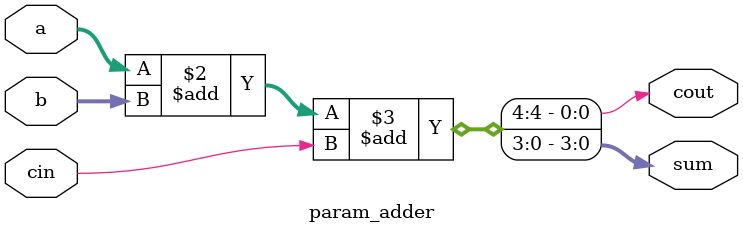
<source format=v>
module param_adder(a, b, cin, sum, cout);
	parameter WIDTH = 4;
	input [WIDTH-1:0] a, b;
	input cin;
	output reg [WIDTH-1:0] sum;
	output reg cout;

	always@(*) begin 
		{cout, sum} = a + b + cin;
	end

endmodule

</source>
